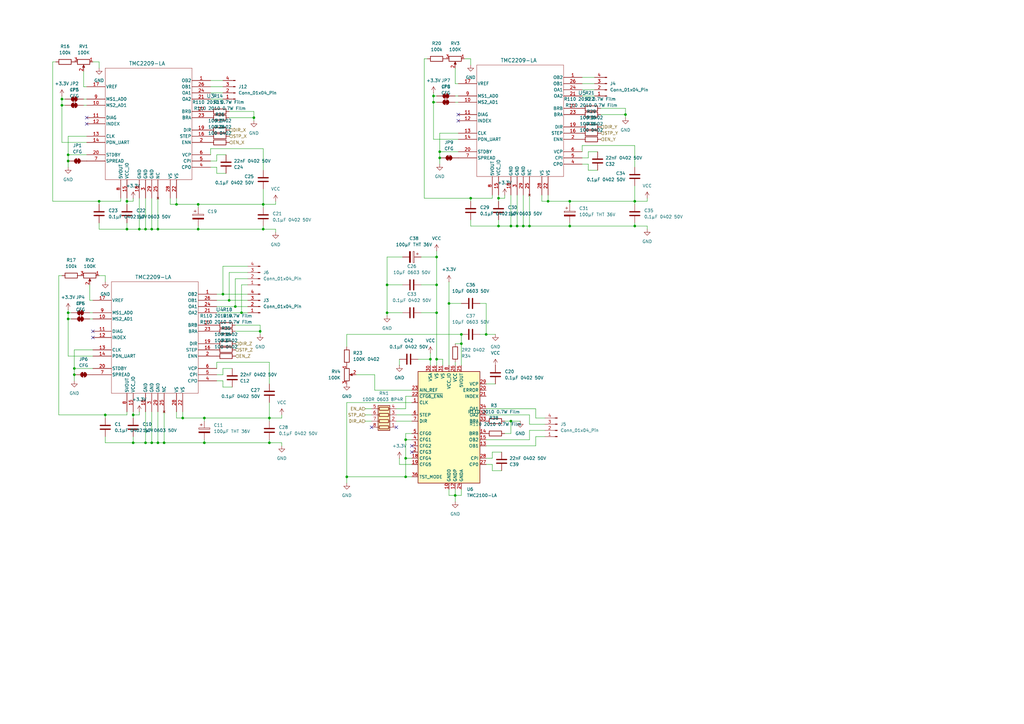
<source format=kicad_sch>
(kicad_sch (version 20231120) (generator "eeschema") (generator_version "8.0")
  (paper "A3")
  (junction (at 67.31 181.61))
  (junction (at 54.61 170.18))
  (junction (at 233.68 92.71))
  (junction (at 64.77 181.61))
  (junction (at 62.23 93.98))
  (junction (at 209.55 92.71))
  (junction (at 52.07 93.98))
  (junction (at 30.48 151.13))
  (junction (at 176.53 147.32))
  (junction (at 110.49 171.45))
  (junction (at 142.24 195.58))
  (junction (at 81.28 83.82))
  (junction (at 40.64 82.55))
  (junction (at 189.23 140.97))
  (junction (at 64.77 93.98))
  (junction (at 166.37 195.58))
  (junction (at 93.98 123.19))
  (junction (at 104.14 48.26))
  (junction (at 107.95 93.98))
  (junction (at 99.06 128.27))
  (junction (at 27.94 63.5))
  (junction (at 25.4 40.64))
  (junction (at 166.37 187.96))
  (junction (at 30.48 153.67))
  (junction (at 179.07 128.27))
  (junction (at 224.79 82.55))
  (junction (at 260.35 92.71))
  (junction (at 184.15 124.46))
  (junction (at 59.69 181.61))
  (junction (at 233.68 82.55))
  (junction (at 27.94 128.27))
  (junction (at 214.63 92.71))
  (junction (at 62.23 181.61))
  (junction (at 158.75 128.27))
  (junction (at 180.34 64.77))
  (junction (at 256.54 46.99))
  (junction (at 74.93 171.45))
  (junction (at 158.75 116.84))
  (junction (at 107.95 83.82))
  (junction (at 179.07 105.41))
  (junction (at 96.52 125.73))
  (junction (at 179.07 116.84))
  (junction (at 54.61 181.61))
  (junction (at 59.69 93.98))
  (junction (at 57.15 93.98))
  (junction (at 43.18 170.18))
  (junction (at 106.68 135.89))
  (junction (at 260.35 82.55))
  (junction (at 52.07 82.55))
  (junction (at 186.69 203.2))
  (junction (at 177.8 39.37))
  (junction (at 204.47 81.28))
  (junction (at 27.94 66.04))
  (junction (at 81.28 93.98))
  (junction (at 83.82 181.61))
  (junction (at 204.47 92.71))
  (junction (at 217.17 92.71))
  (junction (at 166.37 180.34))
  (junction (at 25.4 43.18))
  (junction (at 110.49 181.61))
  (junction (at 27.94 130.81))
  (junction (at 91.44 120.65))
  (junction (at 193.04 81.28))
  (junction (at 212.09 92.71))
  (junction (at 72.39 83.82))
  (junction (at 177.8 41.91))
  (junction (at 209.55 172.72))
  (junction (at 180.34 62.23))
  (junction (at 189.23 137.16))
  (junction (at 199.39 137.16))
  (junction (at 83.82 171.45))
  (junction (at 179.07 147.32))
  (no_connect (at 38.1 138.43))
  (no_connect (at 168.91 185.42))
  (no_connect (at 187.96 46.99))
  (no_connect (at 187.96 49.53))
  (no_connect (at 35.56 50.8))
  (no_connect (at 38.1 135.89))
  (no_connect (at 162.56 175.26))
  (no_connect (at 152.4 175.26))
  (no_connect (at 168.91 182.88))
  (no_connect (at 35.56 48.26))
  (wire (pts (xy 163.83 149.86) (xy 163.83 147.32)))
  (wire (pts (xy 180.34 54.61) (xy 180.34 62.23)))
  (wire (pts (xy 86.36 66.04) (xy 88.9 66.04)))
  (wire (pts (xy 27.94 63.5) (xy 35.56 63.5)))
  (wire (pts (xy 27.94 128.27) (xy 29.21 128.27)))
  (wire (pts (xy 54.61 171.45) (xy 54.61 170.18)))
  (wire (pts (xy 204.47 92.71) (xy 209.55 92.71)))
  (wire (pts (xy 27.94 66.04) (xy 27.94 68.58)))
  (wire (pts (xy 107.95 60.96) (xy 107.95 69.85)))
  (wire (pts (xy 101.6 116.84) (xy 99.06 116.84)))
  (wire (pts (xy 38.1 25.4) (xy 40.64 25.4)))
  (wire (pts (xy 217.17 80.01) (xy 217.17 92.71)))
  (wire (pts (xy 83.82 171.45) (xy 74.93 171.45)))
  (wire (pts (xy 43.18 181.61) (xy 54.61 181.61)))
  (wire (pts (xy 209.55 80.01) (xy 209.55 92.71)))
  (wire (pts (xy 217.17 173.99) (xy 223.52 173.99)))
  (wire (pts (xy 101.6 109.22) (xy 91.44 109.22)))
  (wire (pts (xy 209.55 172.72) (xy 213.36 172.72)))
  (wire (pts (xy 177.8 41.91) (xy 179.07 41.91)))
  (wire (pts (xy 179.07 102.87) (xy 179.07 105.41)))
  (wire (pts (xy 57.15 93.98) (xy 59.69 93.98)))
  (wire (pts (xy 172.72 105.41) (xy 179.07 105.41)))
  (wire (pts (xy 246.38 44.45) (xy 256.54 44.45)))
  (wire (pts (xy 199.39 182.88) (xy 219.71 182.88)))
  (wire (pts (xy 96.52 135.89) (xy 106.68 135.89)))
  (wire (pts (xy 189.23 140.97) (xy 189.23 149.86)))
  (wire (pts (xy 72.39 81.28) (xy 72.39 83.82)))
  (wire (pts (xy 166.37 162.56) (xy 168.91 162.56)))
  (wire (pts (xy 199.39 190.5) (xy 201.93 190.5)))
  (wire (pts (xy 158.75 128.27) (xy 165.1 128.27)))
  (wire (pts (xy 186.69 27.94) (xy 186.69 34.29)))
  (wire (pts (xy 24.13 170.18) (xy 43.18 170.18)))
  (wire (pts (xy 95.25 151.13) (xy 91.44 151.13)))
  (wire (pts (xy 186.69 34.29) (xy 187.96 34.29)))
  (wire (pts (xy 99.06 116.84) (xy 99.06 128.27)))
  (wire (pts (xy 24.13 113.03) (xy 24.13 170.18)))
  (wire (pts (xy 238.76 64.77) (xy 241.3 64.77)))
  (wire (pts (xy 189.23 200.66) (xy 189.23 203.2)))
  (wire (pts (xy 36.83 130.81) (xy 38.1 130.81)))
  (wire (pts (xy 30.48 151.13) (xy 30.48 153.67)))
  (wire (pts (xy 21.59 82.55) (xy 40.64 82.55)))
  (wire (pts (xy 177.8 41.91) (xy 177.8 57.15)))
  (wire (pts (xy 88.9 120.65) (xy 91.44 120.65)))
  (wire (pts (xy 113.03 83.82) (xy 107.95 83.82)))
  (wire (pts (xy 241.3 64.77) (xy 241.3 62.23)))
  (wire (pts (xy 86.36 40.64) (xy 91.44 40.64)))
  (wire (pts (xy 260.35 76.2) (xy 260.35 82.55)))
  (wire (pts (xy 173.99 81.28) (xy 193.04 81.28)))
  (wire (pts (xy 193.04 90.17) (xy 193.04 92.71)))
  (wire (pts (xy 86.36 33.02) (xy 91.44 33.02)))
  (wire (pts (xy 260.35 82.55) (xy 260.35 83.82)))
  (wire (pts (xy 256.54 44.45) (xy 256.54 46.99)))
  (wire (pts (xy 72.39 171.45) (xy 74.93 171.45)))
  (wire (pts (xy 201.93 187.96) (xy 201.93 185.42)))
  (wire (pts (xy 238.76 34.29) (xy 243.84 34.29)))
  (wire (pts (xy 52.07 168.91) (xy 52.07 170.18)))
  (wire (pts (xy 173.99 24.13) (xy 175.26 24.13)))
  (wire (pts (xy 186.69 140.97) (xy 189.23 140.97)))
  (wire (pts (xy 54.61 170.18) (xy 54.61 168.91)))
  (wire (pts (xy 265.43 92.71) (xy 260.35 92.71)))
  (wire (pts (xy 222.25 82.55) (xy 224.79 82.55)))
  (wire (pts (xy 40.64 25.4) (xy 40.64 27.94)))
  (wire (pts (xy 67.31 181.61) (xy 83.82 181.61)))
  (wire (pts (xy 64.77 93.98) (xy 62.23 93.98)))
  (wire (pts (xy 106.68 133.35) (xy 106.68 135.89)))
  (wire (pts (xy 62.23 168.91) (xy 62.23 181.61)))
  (wire (pts (xy 205.74 193.04) (xy 201.93 193.04)))
  (wire (pts (xy 189.23 203.2) (xy 186.69 203.2)))
  (wire (pts (xy 162.56 167.64) (xy 166.37 167.64)))
  (wire (pts (xy 96.52 114.3) (xy 96.52 125.73)))
  (wire (pts (xy 245.11 62.23) (xy 241.3 62.23)))
  (wire (pts (xy 25.4 40.64) (xy 26.67 40.64)))
  (wire (pts (xy 57.15 168.91) (xy 57.15 170.18)))
  (wire (pts (xy 199.39 170.18) (xy 217.17 170.18)))
  (wire (pts (xy 30.48 143.51) (xy 30.48 151.13)))
  (wire (pts (xy 168.91 190.5) (xy 163.83 190.5)))
  (wire (pts (xy 35.56 58.42) (xy 25.4 58.42)))
  (wire (pts (xy 88.9 153.67) (xy 91.44 153.67)))
  (wire (pts (xy 204.47 82.55) (xy 204.47 81.28)))
  (wire (pts (xy 52.07 82.55) (xy 52.07 81.28)))
  (wire (pts (xy 176.53 147.32) (xy 171.45 147.32)))
  (wire (pts (xy 59.69 168.91) (xy 59.69 181.61)))
  (wire (pts (xy 74.93 168.91) (xy 74.93 171.45)))
  (wire (pts (xy 54.61 181.61) (xy 59.69 181.61)))
  (wire (pts (xy 34.29 43.18) (xy 35.56 43.18)))
  (wire (pts (xy 110.49 148.59) (xy 110.49 157.48)))
  (wire (pts (xy 179.07 128.27) (xy 179.07 147.32)))
  (wire (pts (xy 59.69 181.61) (xy 62.23 181.61)))
  (wire (pts (xy 115.57 181.61) (xy 110.49 181.61)))
  (wire (pts (xy 96.52 133.35) (xy 106.68 133.35)))
  (wire (pts (xy 107.95 83.82) (xy 107.95 85.09)))
  (wire (pts (xy 186.69 200.66) (xy 186.69 203.2)))
  (wire (pts (xy 88.9 125.73) (xy 96.52 125.73)))
  (wire (pts (xy 193.04 92.71) (xy 204.47 92.71)))
  (wire (pts (xy 246.38 46.99) (xy 256.54 46.99)))
  (wire (pts (xy 180.34 62.23) (xy 180.34 64.77)))
  (wire (pts (xy 219.71 179.07) (xy 223.52 179.07)))
  (wire (pts (xy 260.35 59.69) (xy 260.35 68.58)))
  (wire (pts (xy 187.96 57.15) (xy 177.8 57.15)))
  (wire (pts (xy 217.17 176.53) (xy 223.52 176.53)))
  (wire (pts (xy 43.18 113.03) (xy 43.18 115.57)))
  (wire (pts (xy 40.64 113.03) (xy 43.18 113.03)))
  (wire (pts (xy 204.47 81.28) (xy 204.47 80.01)))
  (wire (pts (xy 57.15 170.18) (xy 54.61 170.18)))
  (wire (pts (xy 83.82 171.45) (xy 83.82 172.72)))
  (wire (pts (xy 27.94 130.81) (xy 27.94 146.05)))
  (wire (pts (xy 204.47 90.17) (xy 204.47 92.71)))
  (wire (pts (xy 113.03 82.55) (xy 113.03 83.82)))
  (wire (pts (xy 207.01 172.72) (xy 209.55 172.72)))
  (wire (pts (xy 104.14 48.26) (xy 104.14 49.53)))
  (wire (pts (xy 176.53 147.32) (xy 176.53 149.86)))
  (wire (pts (xy 35.56 55.88) (xy 27.94 55.88)))
  (wire (pts (xy 238.76 31.75) (xy 243.84 31.75)))
  (wire (pts (xy 205.74 185.42) (xy 201.93 185.42)))
  (wire (pts (xy 38.1 143.51) (xy 30.48 143.51)))
  (wire (pts (xy 25.4 43.18) (xy 26.67 43.18)))
  (wire (pts (xy 199.39 124.46) (xy 199.39 137.16)))
  (wire (pts (xy 54.61 179.07) (xy 54.61 181.61)))
  (wire (pts (xy 238.76 59.69) (xy 260.35 59.69)))
  (wire (pts (xy 36.83 128.27) (xy 38.1 128.27)))
  (wire (pts (xy 69.85 81.28) (xy 69.85 83.82)))
  (wire (pts (xy 168.91 165.1) (xy 142.24 165.1)))
  (wire (pts (xy 86.36 35.56) (xy 91.44 35.56)))
  (wire (pts (xy 166.37 177.8) (xy 166.37 180.34)))
  (wire (pts (xy 40.64 83.82) (xy 40.64 82.55)))
  (wire (pts (xy 256.54 46.99) (xy 256.54 48.26)))
  (wire (pts (xy 142.24 195.58) (xy 166.37 195.58)))
  (wire (pts (xy 25.4 39.37) (xy 25.4 40.64)))
  (wire (pts (xy 83.82 181.61) (xy 83.82 180.34)))
  (wire (pts (xy 193.04 81.28) (xy 201.93 81.28)))
  (wire (pts (xy 245.11 69.85) (xy 241.3 69.85)))
  (wire (pts (xy 180.34 62.23) (xy 187.96 62.23)))
  (wire (pts (xy 166.37 187.96) (xy 166.37 195.58)))
  (wire (pts (xy 162.56 170.18) (xy 168.91 170.18)))
  (wire (pts (xy 238.76 39.37) (xy 243.84 39.37)))
  (wire (pts (xy 212.09 80.01) (xy 212.09 92.71)))
  (wire (pts (xy 83.82 181.61) (xy 110.49 181.61)))
  (wire (pts (xy 186.69 203.2) (xy 186.69 205.74)))
  (wire (pts (xy 21.59 25.4) (xy 21.59 82.55)))
  (wire (pts (xy 93.98 123.19) (xy 101.6 123.19)))
  (wire (pts (xy 162.56 172.72) (xy 168.91 172.72)))
  (wire (pts (xy 43.18 179.07) (xy 43.18 181.61)))
  (wire (pts (xy 177.8 39.37) (xy 177.8 41.91)))
  (wire (pts (xy 152.4 167.64) (xy 149.86 167.64)))
  (wire (pts (xy 64.77 168.91) (xy 64.77 181.61)))
  (wire (pts (xy 40.64 93.98) (xy 52.07 93.98)))
  (wire (pts (xy 233.68 82.55) (xy 260.35 82.55)))
  (wire (pts (xy 30.48 151.13) (xy 38.1 151.13)))
  (wire (pts (xy 54.61 82.55) (xy 52.07 82.55)))
  (wire (pts (xy 201.93 190.5) (xy 201.93 193.04)))
  (wire (pts (xy 217.17 170.18) (xy 217.17 173.99)))
  (wire (pts (xy 86.36 68.58) (xy 88.9 68.58)))
  (wire (pts (xy 177.8 38.1) (xy 177.8 39.37)))
  (wire (pts (xy 158.75 129.54) (xy 158.75 128.27)))
  (wire (pts (xy 219.71 167.64) (xy 219.71 171.45)))
  (wire (pts (xy 199.39 124.46) (xy 196.85 124.46)))
  (wire (pts (xy 179.07 116.84) (xy 179.07 128.27)))
  (wire (pts (xy 189.23 124.46) (xy 184.15 124.46)))
  (wire (pts (xy 212.09 92.71) (xy 214.63 92.71)))
  (wire (pts (xy 233.68 82.55) (xy 224.79 82.55)))
  (wire (pts (xy 36.83 116.84) (xy 36.83 123.19)))
  (wire (pts (xy 189.23 137.16) (xy 189.23 140.97)))
  (wire (pts (xy 184.15 124.46) (xy 184.15 149.86)))
  (wire (pts (xy 81.28 93.98) (xy 107.95 93.98)))
  (wire (pts (xy 110.49 171.45) (xy 110.49 172.72)))
  (wire (pts (xy 30.48 153.67) (xy 30.48 156.21)))
  (wire (pts (xy 99.06 128.27) (xy 101.6 128.27)))
  (wire (pts (xy 207.01 80.01) (xy 207.01 81.28)))
  (wire (pts (xy 142.24 137.16) (xy 142.24 142.24)))
  (wire (pts (xy 25.4 40.64) (xy 25.4 43.18)))
  (wire (pts (xy 187.96 54.61) (xy 180.34 54.61)))
  (wire (pts (xy 52.07 91.44) (xy 52.07 93.98)))
  (wire (pts (xy 86.36 60.96) (xy 107.95 60.96)))
  (wire (pts (xy 179.07 105.41) (xy 179.07 116.84)))
  (wire (pts (xy 184.15 203.2) (xy 186.69 203.2)))
  (wire (pts (xy 113.03 93.98) (xy 107.95 93.98)))
  (wire (pts (xy 27.94 128.27) (xy 27.94 130.81)))
  (wire (pts (xy 101.6 114.3) (xy 96.52 114.3)))
  (wire (pts (xy 189.23 137.16) (xy 142.24 137.16)))
  (wire (pts (xy 199.39 167.64) (xy 219.71 167.64)))
  (wire (pts (xy 193.04 82.55) (xy 193.04 81.28)))
  (wire (pts (xy 49.53 81.28) (xy 49.53 82.55)))
  (wire (pts (xy 181.61 147.32) (xy 179.07 147.32)))
  (wire (pts (xy 21.59 25.4) (xy 22.86 25.4)))
  (wire (pts (xy 88.9 148.59) (xy 110.49 148.59)))
  (wire (pts (xy 27.94 127) (xy 27.94 128.27)))
  (wire (pts (xy 88.9 68.58) (xy 88.9 71.12)))
  (wire (pts (xy 172.72 116.84) (xy 179.07 116.84)))
  (wire (pts (xy 91.44 156.21) (xy 91.44 158.75)))
  (wire (pts (xy 199.39 180.34) (xy 217.17 180.34)))
  (wire (pts (xy 91.44 109.22) (xy 91.44 120.65)))
  (wire (pts (xy 43.18 170.18) (xy 52.07 170.18)))
  (wire (pts (xy 222.25 80.01) (xy 222.25 82.55)))
  (wire (pts (xy 179.07 147.32) (xy 179.07 149.86)))
  (wire (pts (xy 166.37 195.58) (xy 168.91 195.58)))
  (wire (pts (xy 177.8 39.37) (xy 179.07 39.37)))
  (wire (pts (xy 88.9 156.21) (xy 91.44 156.21)))
  (wire (pts (xy 64.77 81.28) (xy 64.77 93.98)))
  (wire (pts (xy 152.4 170.18) (xy 149.86 170.18)))
  (wire (pts (xy 40.64 82.55) (xy 49.53 82.55)))
  (wire (pts (xy 201.93 80.01) (xy 201.93 81.28)))
  (wire (pts (xy 265.43 82.55) (xy 260.35 82.55)))
  (wire (pts (xy 158.75 116.84) (xy 158.75 128.27)))
  (wire (pts (xy 173.99 24.13) (xy 173.99 81.28)))
  (wire (pts (xy 62.23 81.28) (xy 62.23 93.98)))
  (wire (pts (xy 72.39 168.91) (xy 72.39 171.45)))
  (wire (pts (xy 166.37 187.96) (xy 168.91 187.96)))
  (wire (pts (xy 241.3 67.31) (xy 241.3 69.85)))
  (wire (pts (xy 168.91 177.8) (xy 166.37 177.8)))
  (wire (pts (xy 67.31 168.91) (xy 67.31 181.61)))
  (wire (pts (xy 36.83 123.19) (xy 38.1 123.19)))
  (wire (pts (xy 186.69 148.59) (xy 186.69 149.86)))
  (wire (pts (xy 217.17 92.71) (xy 214.63 92.71)))
  (wire (pts (xy 43.18 171.45) (xy 43.18 170.18)))
  (wire (pts (xy 81.28 83.82) (xy 107.95 83.82)))
  (wire (pts (xy 238.76 62.23) (xy 238.76 59.69)))
  (wire (pts (xy 52.07 93.98) (xy 57.15 93.98)))
  (wire (pts (xy 186.69 41.91) (xy 187.96 41.91)))
  (wire (pts (xy 184.15 115.57) (xy 184.15 124.46)))
  (wire (pts (xy 86.36 63.5) (xy 86.36 60.96)))
  (wire (pts (xy 180.34 64.77) (xy 180.34 67.31)))
  (wire (pts (xy 34.29 40.64) (xy 35.56 40.64)))
  (wire (pts (xy 91.44 120.65) (xy 101.6 120.65)))
  (wire (pts (xy 165.1 105.41) (xy 158.75 105.41)))
  (wire (pts (xy 217.17 180.34) (xy 217.17 176.53)))
  (wire (pts (xy 81.28 83.82) (xy 72.39 83.82)))
  (wire (pts (xy 115.57 170.18) (xy 115.57 171.45)))
  (wire (pts (xy 196.85 137.16) (xy 199.39 137.16)))
  (wire (pts (xy 233.68 92.71) (xy 233.68 91.44)))
  (wire (pts (xy 34.29 29.21) (xy 34.29 35.56)))
  (wire (pts (xy 92.71 63.5) (xy 88.9 63.5)))
  (wire (pts (xy 92.71 71.12) (xy 88.9 71.12)))
  (wire (pts (xy 34.29 35.56) (xy 35.56 35.56)))
  (wire (pts (xy 25.4 43.18) (xy 25.4 58.42)))
  (wire (pts (xy 207.01 177.8) (xy 209.55 177.8)))
  (wire (pts (xy 217.17 92.71) (xy 233.68 92.71)))
  (wire (pts (xy 101.6 111.76) (xy 93.98 111.76)))
  (wire (pts (xy 186.69 39.37) (xy 187.96 39.37)))
  (wire (pts (xy 64.77 93.98) (xy 81.28 93.98)))
  (wire (pts (xy 24.13 113.03) (xy 25.4 113.03)))
  (wire (pts (xy 152.4 172.72) (xy 149.86 172.72)))
  (wire (pts (xy 184.15 200.66) (xy 184.15 203.2)))
  (wire (pts (xy 107.95 92.71) (xy 107.95 93.98)))
  (wire (pts (xy 176.53 144.78) (xy 176.53 147.32)))
  (wire (pts (xy 59.69 81.28) (xy 59.69 93.98)))
  (wire (pts (xy 265.43 92.71) (xy 265.43 93.98)))
  (wire (pts (xy 142.24 195.58) (xy 142.24 198.12)))
  (wire (pts (xy 95.25 158.75) (xy 91.44 158.75)))
  (wire (pts (xy 265.43 81.28) (xy 265.43 82.55)))
  (wire (pts (xy 224.79 80.01) (xy 224.79 82.55)))
  (wire (pts (xy 88.9 66.04) (xy 88.9 63.5)))
  (wire (pts (xy 110.49 180.34) (xy 110.49 181.61)))
  (wire (pts (xy 158.75 105.41) (xy 158.75 116.84)))
  (wire (pts (xy 57.15 81.28) (xy 57.15 93.98)))
  (wire (pts (xy 172.72 128.27) (xy 179.07 128.27)))
  (wire (pts (xy 168.91 180.34) (xy 166.37 180.34)))
  (wire (pts (xy 59.69 93.98) (xy 62.23 93.98)))
  (wire (pts (xy 69.85 83.82) (xy 72.39 83.82)))
  (wire (pts (xy 54.61 81.28) (xy 54.61 82.55)))
  (wire (pts (xy 91.44 153.67) (xy 91.44 151.13)))
  (wire (pts (xy 115.57 181.61) (xy 115.57 182.88)))
  (wire (pts (xy 209.55 177.8) (xy 209.55 172.72)))
  (wire (pts (xy 106.68 135.89) (xy 106.68 137.16)))
  (wire (pts (xy 88.9 151.13) (xy 88.9 148.59)))
  (wire (pts (xy 110.49 165.1) (xy 110.49 171.45)))
  (wire (pts (xy 88.9 128.27) (xy 99.06 128.27)))
  (wire (pts (xy 93.98 111.76) (xy 93.98 123.19)))
  (wire (pts (xy 27.94 55.88) (xy 27.94 63.5)))
  (wire (pts (xy 238.76 36.83) (xy 243.84 36.83)))
  (wire (pts (xy 209.55 92.71) (xy 212.09 92.71)))
  (wire (pts (xy 88.9 123.19) (xy 93.98 123.19)))
  (wire (pts (xy 190.5 24.13) (xy 193.04 24.13)))
  (wire (pts (xy 166.37 180.34) (xy 166.37 187.96)))
  (wire (pts (xy 38.1 146.05) (xy 27.94 146.05)))
  (wire (pts (xy 67.31 181.61) (xy 64.77 181.61)))
  (wire (pts (xy 199.39 187.96) (xy 201.93 187.96)))
  (wire (pts (xy 81.28 83.82) (xy 81.28 85.09)))
  (wire (pts (xy 52.07 83.82) (xy 52.07 82.55)))
  (wire (pts (xy 158.75 116.84) (xy 165.1 116.84)))
  (wire (pts (xy 193.04 24.13) (xy 193.04 26.67)))
  (wire (pts (xy 86.36 38.1) (xy 91.44 38.1)))
  (wire (pts (xy 260.35 91.44) (xy 260.35 92.71)))
  (wire (pts (xy 166.37 167.64) (xy 166.37 162.56)))
  (wire (pts (xy 219.71 182.88) (xy 219.71 179.07)))
  (wire (pts (xy 62.23 181.61) (xy 64.77 181.61)))
  (wire (pts (xy 163.83 190.5) (xy 163.83 187.96)))
  (wire (pts (xy 40.64 91.44) (xy 40.64 93.98)))
  (wire (pts (xy 104.14 45.72) (xy 104.14 48.26)))
  (wire (pts (xy 113.03 93.98) (xy 113.03 95.25)))
  (wire (pts (xy 168.91 160.02) (xy 153.67 160.02)))
  (wire (pts (xy 219.71 171.45) (xy 223.52 171.45)))
  (wire (pts (xy 93.98 45.72) (xy 104.14 45.72)))
  (wire (pts (xy 96.52 125.73) (xy 101.6 125.73)))
  (wire (pts (xy 181.61 149.86) (xy 181.61 147.32)))
  (wire (pts (xy 238.76 67.31) (xy 241.3 67.31)))
  (wire (pts (xy 199.39 157.48) (xy 203.2 157.48)))
  (wire (pts (xy 203.2 137.16) (xy 199.39 137.16)))
  (wire (pts (xy 81.28 93.98) (xy 81.28 92.71)))
  (wire (pts (xy 233.68 92.71) (xy 260.35 92.71)))
  (wire (pts (xy 27.94 130.81) (xy 29.21 130.81)))
  (wire (pts (xy 153.67 160.02) (xy 153.67 153.67)))
  (wire (pts (xy 107.95 77.47) (xy 107.95 83.82)))
  (wire (pts (xy 207.01 81.28) (xy 204.47 81.28)))
  (wire (pts (xy 233.68 82.55) (xy 233.68 83.82)))
  (wire (pts (xy 153.67 153.67) (xy 146.05 153.67)))
  (wire (pts (xy 27.94 63.5) (xy 27.94 66.04)))
  (wire (pts (xy 83.82 171.45) (xy 110.49 171.45)))
  (wire (pts (xy 142.24 165.1) (xy 142.24 195.58)))
  (wire (pts (xy 214.63 80.01) (xy 214.63 92.71)))
  (wire (pts (xy 115.57 171.45) (xy 110.49 171.45)))
  (wire (pts (xy 93.98 48.26) (xy 104.14 48.26)))
  (hierarchical_label "DIR_A" (shape input) (at 149.86 172.72 180))
  (hierarchical_label "DIR_Y" (shape input) (at 246.38 52.07 0))
  (hierarchical_label "EN_Z" (shape input) (at 96.52 146.05 0))
  (hierarchical_label "DIR_Z" (shape input) (at 96.52 140.97 0))
  (hierarchical_label "DIR_X" (shape input) (at 93.98 53.34 0))
  (hierarchical_label "EN_A" (shape input) (at 149.86 167.64 180))
  (hierarchical_label "STP_Z" (shape input) (at 96.52 143.51 0))
  (hierarchical_label "STP_A" (shape input) (at 149.86 170.18 180))
  (hierarchical_label "STP_X" (shape input) (at 93.98 55.88 0))
  (hierarchical_label "EN_X" (shape input) (at 93.98 58.42 0))
  (hierarchical_label "EN_Y" (shape input) (at 246.38 57.15 0))
  (hierarchical_label "STP_Y" (shape input) (at 246.38 54.61 0))
  (symbol (lib_id "Device:R") (at 242.57 52.07 90) (unit 1)
    (property "Reference" "R29" (at 242.57 45.72 90))
    (property "Value" "100 0402" (at 242.57 48.26 90))
    (property "Footprint" "Resistor_SMD:R_0402_1005Metric" (effects (hide yes)))
  )
  (symbol (lib_id "Device:C") (at 204.47 86.36 0) (unit 1)
    (property "Reference" "C30" (at 208.28 85.0899 0) (effects (justify left)))
    (property "Value" "1μF 0603 50V" (at 208.28 87.6299 0) (effects (justify left)))
    (property "Footprint" "Capacitor_SMD:C_0402_1005Metric" (effects (hide yes)))
  )
  (symbol (lib_id "Device:R") (at 29.21 113.03 90) (unit 1)
    (property "Reference" "R17" (at 29.21 106.68 90))
    (property "Value" "100k" (at 29.21 109.22 90))
    (property "Footprint" "Resistor_SMD:R_0402_1005Metric" (effects (hide yes)))
  )
  (symbol (lib_id "Device:C_Polarized") (at 81.28 88.9 0) (unit 1)
    (property "Reference" "C19" (at 85.09 86.741 0) (effects (justify left)))
    (property "Value" "100μF THT 36V" (effects (hide yes)))
    (property "Footprint" "Capacitor_THT:C_Radial_D6.3mm_H11.0mm_P2.50mm" (effects (hide yes)))
    (property "Datasheet" "https://www.we-online.com/components/products/datasheet/860010573007.pdf" (effects (hide yes)))
  )
  (symbol (lib_id "Device:R") (at 92.71 140.97 90) (unit 1)
    (property "Reference" "R35" (at 92.71 134.62 90))
    (property "Value" "100 0402" (at 92.71 137.16 90))
    (property "Footprint" "Resistor_SMD:R_0402_1005Metric" (effects (hide yes)))
  )
  (symbol (lib_id "Device:C") (at 52.07 87.63 0) (unit 1)
    (property "Reference" "C22" (at 55.88 86.3599 0) (effects (justify left)))
    (property "Value" "1μF 0603 50V" (at 55.88 88.8999 0) (effects (justify left)))
    (property "Footprint" "Capacitor_SMD:C_0402_1005Metric" (effects (hide yes)))
  )
  (symbol (lib_id "Device:R") (at 203.2 172.72 90) (unit 1)
    (property "Reference" "R3" (at 202.565 166.37 90))
    (property "Value" "R110 2010 0.7W Film" (at 202.565 168.91 90))
    (property "Footprint" "Resistor_SMD:R_2010_5025Metric" (effects (hide yes)))
  )
  (symbol (lib_id "Connector:Conn_01x04_Pin") (at 106.68 114.3 180) (unit 1)
    (property "Reference" "J6" (at 107.95 111.76 0) (effects (justify right)))
    (property "Value" "Conn_01x04_Pin" (at 107.95 114.3 0) (effects (justify right)))
    (property "Footprint" "Connector_JST:JST_XH_B4B-XH-A_1x04_P2.50mm_Vertical" (effects (hide yes)))
  )
  (symbol (lib_name "GND_2") (lib_id "power:GND") (at 213.36 172.72 0) (unit 1)
    (property "Reference" "#PWR030" (effects (hide yes)))
    (property "Value" "GND" (at 213.36 177.8 0))
    (property "Description" "Power symbol creates a global label with name \"GND\" , ground" (effects (hide yes)))
  )
  (symbol (lib_name "GND_1") (lib_id "power:GND") (at 142.24 157.48 0) (unit 1)
    (property "Reference" "#PWR067" (effects (hide yes)))
    (property "Value" "GND" (at 142.24 162.56 0))
    (property "Description" "Power symbol creates a global label with name \"GND\" , ground" (effects (hide yes)))
  )
  (symbol (lib_id "Jumper:SolderJumper_2_Bridged") (at 182.88 39.37 0) (unit 1) (exclude_from_sim yes) (in_bom no)
    (property "Reference" "JP7" (at 182.88 33.02 0))
    (property "Value" "CFG" (at 182.88 35.56 0))
    (property "Footprint" "Jumper:SolderJumper-2_P1.3mm_Bridged_RoundedPad1.0x1.5mm" (effects (hide yes)))
    (property "Description" "Solder Jumper, 2-pole, closed/bridged" (effects (hide yes)))
  )
  (symbol (lib_name "VCC_1") (lib_id "power:VCC") (at 179.07 102.87 0) (unit 1)
    (property "Reference" "#PWR031" (effects (hide yes)))
    (property "Value" "VCC" (at 179.07 97.79 0))
    (property "Description" "Power symbol creates a global label with name \"VCC\"" (effects (hide yes)))
  )
  (symbol (lib_id "Device:R_Potentiometer") (at 186.69 24.13 270) (unit 1)
    (property "Reference" "RV3" (at 186.69 17.78 90))
    (property "Value" "100K" (at 186.69 20.32 90))
    (property "Footprint" "Potentiometer_SMD:Potentiometer_Bourns_TC33X_Vertical" (effects (hide yes)))
    (property "Description" "Potentiometer" (effects (hide yes)))
  )
  (symbol (lib_id "power:+3.3V") (at 163.83 187.96 0) (unit 1)
    (property "Reference" "#PWR032" (effects (hide yes)))
    (property "Value" "+3.3V" (at 163.83 182.88 0))
    (property "Description" "Power symbol creates a global label with name \"+3.3V\"" (effects (hide yes)))
  )
  (symbol (lib_id "Device:R_Potentiometer") (at 34.29 25.4 270) (unit 1)
    (property "Reference" "RV1" (at 34.29 19.05 90))
    (property "Value" "100K" (at 34.29 21.59 90))
    (property "Footprint" "Potentiometer_SMD:Potentiometer_Bourns_TC33X_Vertical" (effects (hide yes)))
    (property "Description" "Potentiometer" (effects (hide yes)))
  )
  (symbol (lib_id "Device:R") (at 92.71 135.89 90) (unit 1)
    (property "Reference" "R19" (at 93.345 129.54 90))
    (property "Value" "R110 2010 0.7W Film" (at 92.71 132.08 90))
    (property "Footprint" "Resistor_SMD:R_2010_5025Metric" (effects (hide yes)))
  )
  (symbol (lib_id "Jumper:SolderJumper_2_Bridged") (at 34.29 153.67 0) (unit 1) (exclude_from_sim yes) (in_bom no)
    (property "Reference" "JP6" (at 34.29 147.32 0))
    (property "Value" "CFG" (at 34.29 149.86 0))
    (property "Footprint" "Jumper:SolderJumper-2_P1.3mm_Bridged_RoundedPad1.0x1.5mm" (effects (hide yes)))
    (property "Description" "Solder Jumper, 2-pole, closed/bridged" (effects (hide yes)))
  )
  (symbol (lib_name "+3.3V_1") (lib_id "power:+3.3V") (at 57.15 168.91 0) (unit 1)
    (property "Reference" "#PWR017" (effects (hide yes)))
    (property "Value" "+3.3V" (at 57.15 163.83 0))
    (property "Description" "Power symbol creates a global label with name \"+3.3V\"" (effects (hide yes)))
  )
  (symbol (lib_id "Device:C_Polarized") (at 83.82 176.53 0) (unit 1)
    (property "Reference" "C11" (at 87.63 174.371 0) (effects (justify left)))
    (property "Value" "100μF THT 36V" (at 87.63 176.911 0) (effects (justify left)))
    (property "Footprint" "Capacitor_THT:C_Radial_D6.3mm_H11.0mm_P2.50mm" (effects (hide yes)))
    (property "Datasheet" "https://www.we-online.com/components/products/datasheet/860010573007.pdf" (effects (hide yes)))
  )
  (symbol (lib_id "Device:C") (at 168.91 116.84 90) (unit 1)
    (property "Reference" "C26" (at 168.91 109.22 90))
    (property "Value" "10μF 0603 50V" (at 168.91 111.76 90))
    (property "Footprint" "Capacitor_SMD:C_0402_1005Metric" (effects (hide yes)))
  )
  (symbol (lib_id "Device:C") (at 245.11 66.04 0) (mirror y) (unit 1)
    (property "Reference" "C32" (at 248.285 67.31 0) (effects (justify right)))
    (property "Value" "22nF 0402 50V" (at 248.285 64.77 0) (effects (justify right)))
    (property "Footprint" "Capacitor_SMD:C_0402_1005Metric" (effects (hide yes)))
  )
  (symbol (lib_id "Device:R") (at 90.17 48.26 90) (unit 1)
    (property "Reference" "R15" (at 89.535 41.91 90))
    (property "Value" "R110 2010 0.7W Film" (at 90.17 44.45 90))
    (property "Footprint" "Resistor_SMD:R_2010_5025Metric" (effects (hide yes)))
  )
  (symbol (lib_id "Jumper:SolderJumper_2_Bridged") (at 31.75 66.04 0) (unit 1) (exclude_from_sim yes) (in_bom no)
    (property "Reference" "JP1" (at 31.75 59.69 0))
    (property "Value" "CFG" (at 31.75 62.23 0))
    (property "Footprint" "Jumper:SolderJumper-2_P1.3mm_Bridged_RoundedPad1.0x1.5mm" (effects (hide yes)))
    (property "Description" "Solder Jumper, 2-pole, closed/bridged" (effects (hide yes)))
  )
  (symbol (lib_id "power:GND") (at 27.94 68.58 0) (unit 1)
    (property "Reference" "#PWR062" (effects (hide yes)))
    (property "Value" "GND" (at 27.94 73.66 0))
  )
  (symbol (lib_id "power:GND") (at 265.43 93.98 0) (unit 1)
    (property "Reference" "#PWR027" (effects (hide yes)))
    (property "Value" "GND" (at 265.43 99.06 0))
  )
  (symbol (lib_id "Device:C") (at 193.04 124.46 90) (unit 1)
    (property "Reference" "C36" (at 193.04 116.84 90))
    (property "Value" "10μF 0603 50V" (at 193.04 119.38 90))
    (property "Footprint" "Capacitor_SMD:C_0402_1005Metric" (effects (hide yes)))
  )
  (symbol (lib_id "Device:R") (at 26.67 25.4 90) (unit 1)
    (property "Reference" "R16" (at 26.67 19.05 90))
    (property "Value" "100k" (at 26.67 21.59 90))
    (property "Footprint" "Resistor_SMD:R_0402_1005Metric" (effects (hide yes)))
  )
  (symbol (lib_id "Connector:Conn_01x04_Pin") (at 106.68 125.73 180) (unit 1)
    (property "Reference" "J3" (at 107.95 123.19 0) (effects (justify right)))
    (property "Value" "Conn_01x04_Pin" (at 107.95 125.73 0) (effects (justify right)))
    (property "Footprint" "Connector_JST:JST_XH_B4B-XH-A_1x04_P2.50mm_Vertical" (effects (hide yes)))
  )
  (symbol (lib_id "Device:R_Pack04") (at 157.48 170.18 90) (unit 1)
    (property "Reference" "RN1" (at 157.48 161.29 90))
    (property "Value" "100R 0603 8P4R " (at 157.48 163.83 90))
    (property "Footprint" "Resistor_SMD:R_Array_Concave_4x0603" (effects (hide yes)))
    (property "Description" "4 resistor network, parallel topology" (effects (hide yes)))
  )
  (symbol (lib_id "Device:C") (at 193.04 86.36 0) (unit 1)
    (property "Reference" "C29" (at 196.85 85.09 0) (effects (justify left)))
    (property "Value" "0.1μF 0402 50V" (at 196.85 87.63 0) (effects (justify left)))
    (property "Footprint" "Capacitor_SMD:C_0402_1005Metric" (effects (hide yes)))
  )
  (symbol (lib_id "Device:C") (at 203.2 153.67 180) (unit 1)
    (property "Reference" "C20" (at 207.01 152.3999 0) (effects (justify right)))
    (property "Value" "0.1μF 0402 50V" (at 207.01 154.9399 0) (effects (justify right)))
    (property "Footprint" "Capacitor_SMD:C_0402_1005Metric" (effects (hide yes)))
  )
  (symbol (lib_id "power:GND") (at 180.34 67.31 0) (unit 1)
    (property "Reference" "#PWR022" (effects (hide yes)))
    (property "Value" "GND" (at 180.34 72.39 0))
  )
  (symbol (lib_id "rephat-symbols:TMC2209-LA") (at 60.96 49.53 0) (unit 1)
    (property "Reference" "U3" (at 86.36 39.37 0) (effects (font (size 1.524 1.524))))
    (property "Value" "TMC2209-LA" (at 60.325 26.035 0) (effects (font (size 1.524 1.524))))
    (property "Footprint" "rephat-parts:QFN28_5X5_TRI-M" (effects (hide yes)))
    (property "Datasheet" "TMC2209-LA" (effects (hide yes)))
  )
  (symbol (lib_id "Jumper:SolderJumper_2_Bridged") (at 30.48 43.18 0) (unit 1) (exclude_from_sim yes) (in_bom no)
    (property "Reference" "JP3" (at 30.48 36.83 0))
    (property "Value" "CFG" (at 30.48 39.37 0))
    (property "Footprint" "Jumper:SolderJumper-2_P1.3mm_Bridged_RoundedPad1.0x1.5mm" (effects (hide yes)))
    (property "Description" "Solder Jumper, 2-pole, closed/bridged" (effects (hide yes)))
  )
  (symbol (lib_id "Device:R") (at 90.17 53.34 90) (unit 1)
    (property "Reference" "R26" (at 90.17 46.99 90))
    (property "Value" "100 0402" (at 90.17 49.53 90))
    (property "Footprint" "Resistor_SMD:R_0402_1005Metric" (effects (hide yes)))
  )
  (symbol (lib_id "rephat-symbols:TMC2209-LA") (at 63.5 137.16 0) (unit 1)
    (property "Reference" "U4" (at 90.17 127 0) (effects (font (size 1.524 1.524))))
    (property "Value" "TMC2209-LA" (at 62.865 113.665 0) (effects (font (size 1.524 1.524))))
    (property "Footprint" "rephat-parts:QFN28_5X5_TRI-M" (effects (hide yes)))
    (property "Datasheet" "TMC2209-LA" (effects (hide yes)))
  )
  (symbol (lib_id "Device:R") (at 242.57 46.99 90) (unit 1)
    (property "Reference" "R22" (at 241.935 40.64 90))
    (property "Value" "R110 2010 0.7W Film" (at 242.57 43.18 90))
    (property "Footprint" "Resistor_SMD:R_2010_5025Metric" (effects (hide yes)))
  )
  (symbol (lib_id "Device:C") (at 110.49 176.53 0) (unit 1)
    (property "Reference" "C28" (at 114.3 175.26 0) (effects (justify left)))
    (property "Value" "0.1μF 0402 50V" (at 114.3 177.8 0) (effects (justify left)))
    (property "Footprint" "Capacitor_SMD:C_0402_1005Metric" (effects (hide yes)))
  )
  (symbol (lib_id "power:GND") (at 256.54 48.26 0) (unit 1)
    (property "Reference" "#PWR025" (effects (hide yes)))
    (property "Value" "GND" (at 256.54 53.34 0))
  )
  (symbol (lib_id "Device:C") (at 54.61 175.26 0) (unit 1)
    (property "Reference" "C10" (at 58.42 173.9899 0) (effects (justify left)))
    (property "Value" "1μF 0603 50V" (at 58.42 176.5299 0) (effects (justify left)))
    (property "Footprint" "Capacitor_SMD:C_0402_1005Metric" (effects (hide yes)))
  )
  (symbol (lib_id "Device:R") (at 179.07 24.13 90) (unit 1)
    (property "Reference" "R20" (at 179.07 17.78 90))
    (property "Value" "100k" (at 179.07 20.32 90))
    (property "Footprint" "Resistor_SMD:R_0402_1005Metric" (effects (hide yes)))
  )
  (symbol (lib_id "Device:R") (at 92.71 146.05 90) (unit 1)
    (property "Reference" "R37" (at 92.71 139.7 90))
    (property "Value" "100 0402" (at 92.71 142.24 90))
    (property "Footprint" "Resistor_SMD:R_0402_1005Metric" (effects (hide yes)))
  )
  (symbol (lib_id "power:GND") (at 43.18 115.57 0) (unit 1)
    (property "Reference" "#PWR016" (effects (hide yes)))
    (property "Value" "GND" (at 43.18 120.65 0))
  )
  (symbol (lib_id "Device:R") (at 90.17 45.72 90) (unit 1)
    (property "Reference" "R14" (at 89.535 39.37 90))
    (property "Value" "R110 2010 0.7W Film" (at 89.535 41.91 90))
    (property "Footprint" "Resistor_SMD:R_2010_5025Metric" (effects (hide yes)))
  )
  (symbol (lib_id "Device:C") (at 167.64 147.32 90) (unit 1)
    (property "Reference" "C42" (at 167.64 139.7 90))
    (property "Value" "0.1μF 0402 50V" (at 167.64 142.24 90))
    (property "Footprint" "Capacitor_SMD:C_0402_1005Metric" (effects (hide yes)))
  )
  (symbol (lib_id "Device:C") (at 92.71 67.31 0) (mirror y) (unit 1)
    (property "Reference" "C24" (at 95.885 68.58 0) (effects (justify right)))
    (property "Value" "22nF 0402 50V" (at 95.885 66.04 0) (effects (justify right)))
    (property "Footprint" "Capacitor_SMD:C_0402_1005Metric" (effects (hide yes)))
  )
  (symbol (lib_id "Device:R") (at 92.71 133.35 90) (unit 1)
    (property "Reference" "R18" (at 93.345 127 90))
    (property "Value" "R110 2010 0.7W Film" (at 92.71 129.54 90))
    (property "Footprint" "Resistor_SMD:R_2010_5025Metric" (effects (hide yes)))
  )
  (symbol (lib_id "Device:R") (at 90.17 58.42 90) (unit 1)
    (property "Reference" "R28" (at 90.17 52.07 90))
    (property "Value" "100 0402" (at 90.17 54.61 90))
    (property "Footprint" "Resistor_SMD:R_0402_1005Metric" (effects (hide yes)))
  )
  (symbol (lib_id "Device:R") (at 92.71 143.51 90) (unit 1)
    (property "Reference" "R36" (at 92.71 137.16 90))
    (property "Value" "100 0402" (at 92.71 139.7 90))
    (property "Footprint" "Resistor_SMD:R_0402_1005Metric" (effects (hide yes)))
  )
  (symbol (lib_id "Device:R") (at 242.57 57.15 90) (unit 1)
    (property "Reference" "R31" (at 242.57 50.8 90))
    (property "Value" "100 0402" (at 242.57 53.34 90))
    (property "Footprint" "Resistor_SMD:R_0402_1005Metric" (effects (hide yes)))
  )
  (symbol (lib_name "GND_1") (lib_id "power:GND") (at 142.24 198.12 0) (unit 1)
    (property "Reference" "#PWR029" (effects (hide yes)))
    (property "Value" "GND" (at 142.24 203.2 0))
    (property "Description" "Power symbol creates a global label with name \"GND\" , ground" (effects (hide yes)))
  )
  (symbol (lib_id "Connector:Conn_01x04_Pin") (at 96.52 38.1 180) (unit 1)
    (property "Reference" "J12" (at 97.79 35.56 0) (effects (justify right)))
    (property "Value" "Conn_01x04_Pin" (at 97.79 38.1 0) (effects (justify right)))
    (property "Footprint" "Connector_JST:JST_XH_B4B-XH-A_1x04_P2.50mm_Vertical" (effects (hide yes)))
  )
  (symbol (lib_id "Device:C") (at 168.91 128.27 90) (unit 1)
    (property "Reference" "C33" (at 168.91 120.65 90))
    (property "Value" "0.1μF 0402 50V" (at 168.91 123.19 90))
    (property "Footprint" "Capacitor_SMD:C_0402_1005Metric" (effects (hide yes)))
  )
  (symbol (lib_id "power:+3.3V") (at 184.15 115.57 0) (unit 1)
    (property "Reference" "#PWR033" (effects (hide yes)))
    (property "Value" "+3.3V" (at 184.15 110.49 0))
    (property "Description" "Power symbol creates a global label with name \"+3.3V\"" (effects (hide yes)))
  )
  (symbol (lib_id "power:GND") (at 104.14 49.53 0) (unit 1)
    (property "Reference" "#PWR058" (effects (hide yes)))
    (property "Value" "GND" (at 104.14 54.61 0))
  )
  (symbol (lib_name "GND_1") (lib_id "power:GND") (at 163.83 149.86 0) (unit 1)
    (property "Reference" "#PWR065" (effects (hide yes)))
    (property "Value" "GND" (at 163.83 154.94 0))
    (property "Description" "Power symbol creates a global label with name \"GND\" , ground" (effects (hide yes)))
  )
  (symbol (lib_id "power:GND") (at 30.48 156.21 0) (unit 1)
    (property "Reference" "#PWR015" (effects (hide yes)))
    (property "Value" "GND" (at 30.48 161.29 0))
  )
  (symbol (lib_id "power:GND") (at 106.68 137.16 0) (unit 1)
    (property "Reference" "#PWR018" (effects (hide yes)))
    (property "Value" "GND" (at 106.68 142.24 0))
  )
  (symbol (lib_id "Jumper:SolderJumper_2_Bridged") (at 182.88 41.91 0) (unit 1) (exclude_from_sim yes) (in_bom no)
    (property "Reference" "JP8" (at 182.88 35.56 0))
    (property "Value" "CFG" (at 182.88 38.1 0))
    (property "Footprint" "Jumper:SolderJumper-2_P1.3mm_Bridged_RoundedPad1.0x1.5mm" (effects (hide yes)))
    (property "Description" "Solder Jumper, 2-pole, closed/bridged" (effects (hide yes)))
  )
  (symbol (lib_id "Jumper:SolderJumper_2_Bridged") (at 30.48 40.64 0) (unit 1) (exclude_from_sim yes) (in_bom no)
    (property "Reference" "JP2" (at 30.48 34.29 0))
    (property "Value" "CFG" (at 30.48 36.83 0))
    (property "Footprint" "Jumper:SolderJumper-2_P1.3mm_Bridged_RoundedPad1.0x1.5mm" (effects (hide yes)))
    (property "Description" "Solder Jumper, 2-pole, closed/bridged" (effects (hide yes)))
  )
  (symbol (lib_id "power:GND") (at 115.57 182.88 0) (unit 1)
    (property "Reference" "#PWR020" (effects (hide yes)))
    (property "Value" "GND" (at 115.57 187.96 0))
  )
  (symbol (lib_id "Device:R_Potentiometer") (at 36.83 113.03 270) (unit 1)
    (property "Reference" "RV2" (at 36.83 106.68 90))
    (property "Value" "100K" (at 36.83 109.22 90))
    (property "Footprint" "Potentiometer_SMD:Potentiometer_Bourns_TC33X_Vertical" (effects (hide yes)))
    (property "Description" "Potentiometer" (effects (hide yes)))
  )
  (symbol (lib_id "Connector:Conn_01x04_Pin") (at 248.92 36.83 180) (unit 1)
    (property "Reference" "J4" (at 250.19 34.29 0) (effects (justify right)))
    (property "Value" "Conn_01x04_Pin" (at 250.19 36.83 0) (effects (justify right)))
    (property "Footprint" "Connector_JST:JST_XH_B4B-XH-A_1x04_P2.50mm_Vertical" (effects (hide yes)))
  )
  (symbol (lib_id "Device:R") (at 242.57 44.45 90) (unit 1)
    (property "Reference" "R21" (at 241.935 38.1 90))
    (property "Value" "R110 2010 0.7W Film" (at 241.935 40.64 90))
    (property "Footprint" "Resistor_SMD:R_2010_5025Metric" (effects (hide yes)))
  )
  (symbol (lib_id "Device:C") (at 95.25 154.94 0) (mirror y) (unit 1)
    (property "Reference" "C12" (at 98.425 156.21 0) (effects (justify right)))
    (property "Value" "22nF 0402 50V" (at 98.425 153.67 0) (effects (justify right)))
    (property "Footprint" "Capacitor_SMD:C_0402_1005Metric" (effects (hide yes)))
  )
  (symbol (lib_id "power:GND") (at 40.64 27.94 0) (unit 1)
    (property "Reference" "#PWR063" (effects (hide yes)))
    (property "Value" "GND" (at 40.64 33.02 0))
  )
  (symbol (lib_id "Device:R") (at 142.24 146.05 0) (unit 1)
    (property "Reference" "R23" (at 144.78 144.7799 0) (effects (justify left)))
    (property "Value" "100K 0402" (at 144.78 147.3199 0) (effects (justify left)))
    (property "Footprint" "Resistor_SMD:R_0402_1005Metric" (effects (hide yes)))
  )
  (symbol (lib_id "Device:C") (at 40.64 87.63 0) (unit 1)
    (property "Reference" "C23" (at 44.45 86.36 0) (effects (justify left)))
    (property "Value" "0.1μF 0402 50V" (at 44.45 88.9 0) (effects (justify left)))
    (property "Footprint" "Capacitor_SMD:C_0402_1005Metric" (effects (hide yes)))
  )
  (symbol (lib_name "+3.3V_1") (lib_id "power:+3.3V") (at 207.01 80.01 0) (unit 1)
    (property "Reference" "#PWR024" (effects (hide yes)))
    (property "Value" "+3.3V" (at 207.01 74.93 0))
    (property "Description" "Power symbol creates a global label with name \"+3.3V\"" (effects (hide yes)))
  )
  (symbol (lib_id "Device:C") (at 43.18 175.26 0) (unit 1)
    (property "Reference" "C1" (at 46.99 173.99 0) (effects (justify left)))
    (property "Value" "0.1μF 0402 50V" (at 46.99 176.53 0) (effects (justify left)))
    (property "Footprint" "Capacitor_SMD:C_0402_1005Metric" (effects (hide yes)))
  )
  (symbol (lib_name "+3.3V_1") (lib_id "power:+3.3V") (at 177.8 38.1 0) (unit 1)
    (property "Reference" "#PWR021" (effects (hide yes)))
    (property "Value" "+3.3V" (at 177.8 33.02 0))
    (property "Description" "Power symbol creates a global label with name \"+3.3V\"" (effects (hide yes)))
  )
  (symbol (lib_id "Device:R_Potentiometer") (at 142.24 153.67 0) (unit 1)
    (property "Reference" "RV4" (at 139.7 152.3999 0) (effects (justify right)))
    (property "Value" "100K" (at 139.7 154.9399 0) (effects (justify right)))
    (property "Footprint" "Potentiometer_SMD:Potentiometer_Bourns_TC33X_Vertical" (effects (hide yes)))
    (property "Description" "Potentiometer" (effects (hide yes)))
  )
  (symbol (lib_name "VCC_1") (lib_id "power:VCC") (at 203.2 149.86 0) (unit 1)
    (property "Reference" "#PWR066" (effects (hide yes)))
    (property "Value" "VCC" (at 203.2 144.78 0))
    (property "Description" "Power symbol creates a global label with name \"VCC\"" (effects (hide yes)))
  )
  (symbol (lib_id "Connector:Conn_01x04_Pin") (at 228.6 176.53 180) (unit 1)
    (property "Reference" "J5" (at 229.87 173.99 0) (effects (justify right)))
    (property "Value" "Conn_01x04_Pin" (at 229.87 176.53 0) (effects (justify right)))
    (property "Footprint" "Connector_JST:JST_XH_B4B-XH-A_1x04_P2.50mm_Vertical" (effects (hide yes)))
  )
  (symbol (lib_name "+3.3V_1") (lib_id "power:+3.3V") (at 25.4 39.37 0) (unit 1)
    (property "Reference" "#PWR061" (effects (hide yes)))
    (property "Value" "+3.3V" (at 25.4 34.29 0))
    (property "Description" "Power symbol creates a global label with name \"+3.3V\"" (effects (hide yes)))
  )
  (symbol (lib_id "Device:C") (at 260.35 72.39 0) (mirror x) (unit 1)
    (property "Reference" "C34" (at 256.54 71.12 0) (effects (justify right)))
    (property "Value" "0.1μF 0402 50V" (at 256.54 73.66 0) (effects (justify right)))
    (property "Footprint" "Capacitor_SMD:C_0402_1005Metric" (effects (hide yes)))
  )
  (symbol (lib_id "Jumper:SolderJumper_2_Bridged") (at 184.15 64.77 0) (unit 1) (exclude_from_sim yes) (in_bom no)
    (property "Reference" "JP9" (at 184.15 58.42 0))
    (property "Value" "CFG" (at 184.15 60.96 0))
    (property "Footprint" "Jumper:SolderJumper-2_P1.3mm_Bridged_RoundedPad1.0x1.5mm" (effects (hide yes)))
    (property "Description" "Solder Jumper, 2-pole, closed/bridged" (effects (hide yes)))
  )
  (symbol (lib_id "Jumper:SolderJumper_2_Bridged") (at 33.02 130.81 0) (unit 1) (exclude_from_sim yes) (in_bom no)
    (property "Reference" "JP5" (at 33.02 124.46 0))
    (property "Value" "CFG" (at 33.02 127 0))
    (property "Footprint" "Jumper:SolderJumper-2_P1.3mm_Bridged_RoundedPad1.0x1.5mm" (effects (hide yes)))
    (property "Description" "Solder Jumper, 2-pole, closed/bridged" (effects (hide yes)))
  )
  (symbol (lib_id "power:GND") (at 113.03 95.25 0) (unit 1)
    (property "Reference" "#PWR057" (effects (hide yes)))
    (property "Value" "GND" (at 113.03 100.33 0))
  )
  (symbol (lib_id "power:VCC") (at 265.43 81.28 0) (mirror y) (unit 1)
    (property "Reference" "#PWR026" (effects (hide yes)))
    (property "Value" "VCC" (at 265.43 76.2 0))
  )
  (symbol (lib_id "Device:R") (at 90.17 55.88 90) (unit 1)
    (property "Reference" "R27" (at 90.17 49.53 90))
    (property "Value" "100 0402" (at 90.17 52.07 90))
    (property "Footprint" "Resistor_SMD:R_0402_1005Metric" (effects (hide yes)))
  )
  (symbol (lib_id "power:GND") (at 193.04 26.67 0) (unit 1)
    (property "Reference" "#PWR023" (effects (hide yes)))
    (property "Value" "GND" (at 193.04 31.75 0))
  )
  (symbol (lib_name "+3.3V_1") (lib_id "power:+3.3V") (at 27.94 127 0) (unit 1)
    (property "Reference" "#PWR014" (effects (hide yes)))
    (property "Value" "+3.3V" (at 27.94 121.92 0))
    (property "Description" "Power symbol creates a global label with name \"+3.3V\"" (effects (hide yes)))
  )
  (symbol (lib_id "Jumper:SolderJumper_2_Bridged") (at 33.02 128.27 0) (unit 1) (exclude_from_sim yes) (in_bom no)
    (property "Reference" "JP4" (at 33.02 121.92 0))
    (property "Value" "CFG" (at 33.02 124.46 0))
    (property "Footprint" "Jumper:SolderJumper-2_P1.3mm_Bridged_RoundedPad1.0x1.5mm" (effects (hide yes)))
    (property "Description" "Solder Jumper, 2-pole, closed/bridged" (effects (hide yes)))
  )
  (symbol (lib_id "Device:C") (at 107.95 88.9 0) (unit 1)
    (property "Reference" "C21" (at 111.76 87.63 0) (effects (justify left)))
    (property "Value" "0.1μF 0402 50V" (at 111.76 90.17 0) (effects (justify left)))
    (property "Footprint" "Capacitor_SMD:C_0402_1005Metric" (effects (hide yes)))
  )
  (symbol (lib_id "Device:C_Polarized") (at 233.68 87.63 0) (unit 1)
    (property "Reference" "C31" (at 237.49 85.471 0) (effects (justify left)))
    (property "Value" "100μF THT 36V" (at 237.49 88.011 0) (effects (justify left)))
    (property "Footprint" "Capacitor_THT:C_Radial_D6.3mm_H11.0mm_P2.50mm" (effects (hide yes)))
    (property "Datasheet" "https://www.we-online.com/components/products/datasheet/860010573007.pdf" (effects (hide yes)))
  )
  (symbol (lib_id "Device:C") (at 260.35 87.63 0) (unit 1)
    (property "Reference" "C35" (at 264.16 86.36 0) (effects (justify left)))
    (property "Value" "0.1μF 0402 50V" (at 264.16 88.9 0) (effects (justify left)))
    (property "Footprint" "Capacitor_SMD:C_0402_1005Metric" (effects (hide yes)))
  )
  (symbol (lib_id "Device:R") (at 242.57 54.61 90) (unit 1)
    (property "Reference" "R30" (at 242.57 48.26 90))
    (property "Value" "100 0402" (at 242.57 50.8 90))
    (property "Footprint" "Resistor_SMD:R_0402_1005Metric" (effects (hide yes)))
  )
  (symbol (lib_id "Device:C") (at 107.95 73.66 0) (mirror x) (unit 1)
    (property "Reference" "C25" (at 104.14 72.39 0) (effects (justify right)))
    (property "Value" "0.1μF 0402 50V" (at 104.14 74.93 0) (effects (justify right)))
    (property "Footprint" "Capacitor_SMD:C_0402_1005Metric" (effects (hide yes)))
  )
  (symbol (lib_name "GND_1") (lib_id "power:GND") (at 158.75 129.54 0) (unit 1)
    (property "Reference" "#PWR046" (effects (hide yes)))
    (property "Value" "GND" (at 158.75 134.62 0))
    (property "Description" "Power symbol creates a global label with name \"GND\" , ground" (effects (hide yes)))
  )
  (symbol (lib_id "Device:R") (at 186.69 144.78 0) (mirror x) (unit 1)
    (property "Reference" "R34" (at 189.23 146.0501 0) (effects (justify left)))
    (property "Value" "2R2 0402" (at 189.23 143.5101 0) (effects (justify left)))
    (property "Footprint" "Resistor_SMD:R_0402_1005Metric" (effects (hide yes)))
    (property "Description" "Resistor" (effects (hide yes)))
  )
  (symbol (lib_name "GND_1") (lib_id "power:GND") (at 186.69 205.74 0) (unit 1)
    (property "Reference" "#PWR028" (effects (hide yes)))
    (property "Value" "GND" (at 186.69 210.82 0))
    (property "Description" "Power symbol creates a global label with name \"GND\" , ground" (effects (hide yes)))
  )
  (symbol (lib_name "GND_1") (lib_id "power:GND") (at 203.2 137.16 0) (unit 1)
    (property "Reference" "#PWR064" (effects (hide yes)))
    (property "Value" "GND" (at 203.2 142.24 0))
    (property "Description" "Power symbol creates a global label with name \"GND\" , ground" (effects (hide yes)))
  )
  (symbol (lib_id "power:VCC") (at 115.57 170.18 0) (mirror y) (unit 1)
    (property "Reference" "#PWR019" (effects (hide yes)))
    (property "Value" "VCC" (at 115.57 165.1 0))
  )
  (symbol (lib_id "Device:C") (at 205.74 189.23 0) (mirror y) (unit 1)
    (property "Reference" "C39" (at 208.915 190.5 0) (effects (justify right)))
    (property "Value" "22nF 0402 50V" (at 208.915 187.96 0) (effects (justify right)))
    (property "Footprint" "Capacitor_SMD:C_0402_1005Metric" (effects (hide yes)))
  )
  (symbol (lib_name "VCC_1") (lib_id "power:VCC") (at 176.53 144.78 0) (unit 1)
    (property "Reference" "#PWR080" (effects (hide yes)))
    (property "Value" "VCC" (at 176.53 139.7 0))
    (property "Description" "Power symbol creates a global label with name \"VCC\"" (effects (hide yes)))
  )
  (symbol (lib_id "Device:C_Polarized") (at 168.91 105.41 270) (unit 1)
    (property "Reference" "C38" (at 169.799 97.79 90))
    (property "Value" "100μF THT 36V" (at 169.799 100.33 90))
    (property "Footprint" "Capacitor_THT:C_Radial_D6.3mm_H11.0mm_P2.50mm" (effects (hide yes)))
    (property "Datasheet" "https://www.we-online.com/components/products/datasheet/860010573007.pdf" (effects (hide yes)))
  )
  (symbol (lib_id "Device:R") (at 203.2 177.8 90) (unit 1)
    (property "Reference" "R38" (at 202.565 171.45 90))
    (property "Value" "R110 2010 0.7W Film" (at 203.2 173.99 90))
    (property "Footprint" "Resistor_SMD:R_2010_5025Metric" (effects (hide yes)))
  )
  (symbol (lib_id "power:VCC") (at 113.03 82.55 0) (mirror y) (unit 1)
    (property "Reference" "#PWR059" (effects (hide yes)))
    (property "Value" "VCC" (at 113.03 77.47 0))
  )
  (symbol (lib_id "Driver_Motor:TMC2100-LA") (at 184.15 175.26 0) (unit 1)
    (property "Reference" "U6" (at 191.4241 200.66 0) (effects (justify left)))
    (property "Value" "TMC2100-LA" (at 191.4241 203.2 0) (effects (justify left)))
    (property "Footprint" "Package_DFN_QFN:QFN-36-1EP_5x6mm_P0.5mm_EP3.6x4.1mm_ThermalVias" (effects (hide yes)))
    (property "Datasheet" "https://www.analog.com/media/en/technical-documentation/data-sheets/TMC2100_datasheet_rev1.13.pdf" (effects (hide yes)))
    (property "Description" "Standalone driver for two-phase bipolar stepper motor, 2.0A, 4.75-46V, QFN-36" (effects (hide yes)))
  )
  (symbol (lib_id "rephat-symbols:TMC2209-LA") (at 213.36 48.26 0) (unit 1)
    (property "Reference" "U5" (at 238.76 38.1 0) (effects (font (size 1.524 1.524))))
    (property "Value" "TMC2209-LA" (at 212.725 24.765 0) (effects (font (size 1.524 1.524))))
    (property "Footprint" "rephat-parts:QFN28_5X5_TRI-M" (effects (hide yes)))
    (property "Datasheet" "TMC2209-LA" (effects (hide yes)))
  )
  (symbol (lib_id "Device:C") (at 110.49 161.29 0) (mirror x) (unit 1)
    (property "Reference" "C27" (at 106.68 160.02 0) (effects (justify right)))
    (property "Value" "0.1μF 0402 50V" (at 106.68 162.56 0) (effects (justify right)))
    (property "Footprint" "Capacitor_SMD:C_0402_1005Metric" (effects (hide yes)))
  )
  (symbol (lib_name "+3.3V_1") (lib_id "power:+3.3V") (at 54.61 81.28 0) (unit 1)
    (property "Reference" "#PWR060" (effects (hide yes)))
    (property "Value" "+3.3V" (at 54.61 76.2 0))
    (property "Description" "Power symbol creates a global label with name \"+3.3V\"" (effects (hide yes)))
  )
  (symbol (lib_id "Device:C") (at 193.04 137.16 90) (unit 1)
    (property "Reference" "C37" (at 193.04 129.54 90))
    (property "Value" "10μF 0603 50V" (at 193.04 132.08 90))
    (property "Footprint" "Capacitor_SMD:C_0402_1005Metric" (effects (hide yes)))
  )
)
</source>
